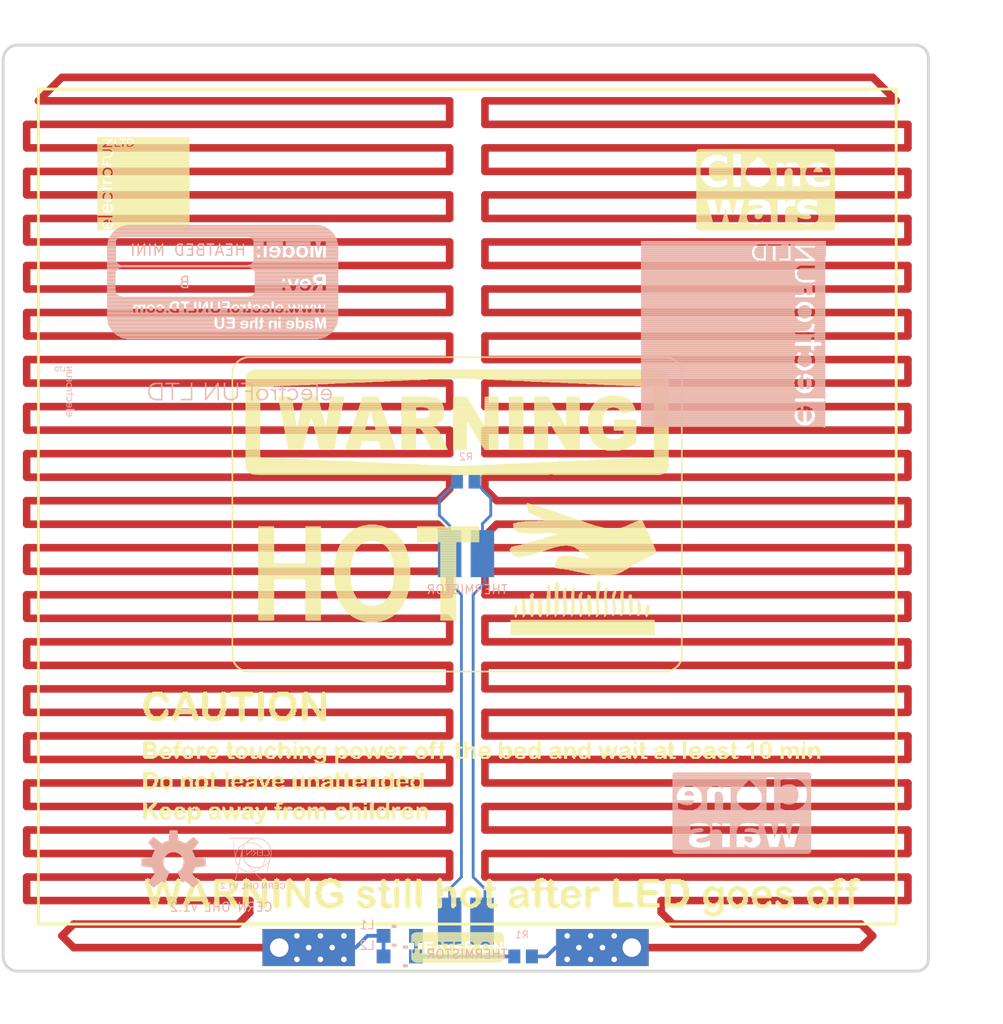
<source format=kicad_pcb>
(kicad_pcb (version 20171130) (host pcbnew 5.1.5-52549c5~86~ubuntu18.04.1)
  (layers (0 Top signal) (31 Bottom signal) (34 B.Paste user) (35 F.Paste user) (36 B.SilkS user) (37 F.SilkS user) (38 B.Mask user) (39 F.Mask user) (44 Edge.Cuts user))
  (net 0 "")
  (net 1 "Net-(L1-PadC)")
  (net 2 "Net-(L1-PadA)")
  (net 3 "Net-(PAD1-Pad1)")
  (net 4 "Net-(PAD2-Pad1)")
  (module "" (layer Top) (at 148.5011 105.0036)
    (fp_text reference @HOLE0 hide)
    (fp_text value "" (at 0 0) (layer F.SilkS) (effects (font (size 1.27 1.27))))
    (pad "" np_thru_hole circle (at 0 0) (size 2 2) (drill 2) (layers *.Cu *.Mask))
  )
  (module "" (layer Top) (at 196.2911 152.4636)
    (fp_text reference @HOLE1 hide)
    (fp_text value "" (at 0 0) (layer F.SilkS) (effects (font (size 1.27 1.27))))
    (pad "" np_thru_hole circle (at 0 0) (size 3.2 3.2) (drill 3.2) (layers *.Cu *.Mask))
  )
  (module "" (layer Top) (at 101.0411 152.4636)
    (fp_text reference @HOLE2 hide)
    (fp_text value "" (at 0 0) (layer F.SilkS) (effects (font (size 1.27 1.27))))
    (pad "" np_thru_hole circle (at 0 0) (size 3.2 3.2) (drill 3.2) (layers *.Cu *.Mask))
  )
  (module "" (layer Top) (at 101.0411 57.2136)
    (fp_text reference @HOLE3 hide)
    (fp_text value "" (at 0 0) (layer F.SilkS) (effects (font (size 1.27 1.27))))
    (pad "" np_thru_hole circle (at 0 0) (size 3.2 3.2) (drill 3.2) (layers *.Cu *.Mask))
  )
  (module "" (layer Top) (at 196.2911 57.2136)
    (fp_text reference @HOLE4 hide)
    (fp_text value "" (at 0 0) (layer F.SilkS) (effects (font (size 1.27 1.27))))
    (pad "" np_thru_hole circle (at 0 0) (size 3.2 3.2) (drill 3.2) (layers *.Cu *.Mask))
  )
  (module heatedBed:CHIPLED_1206_REVERSE (layer Bottom) (at 141.3636 151.1936 270)
    (fp_text reference L1 (at -0.635 4.445 180) (layer B.SilkS) (effects (font (size 0.95 0.95) (thickness 0.114)) (justify right bottom mirror)))
    (fp_text value 597-6001-607F)
    (pad "" np_thru_hole circle (at 0 0 270) (size 1.9 1.9) (drill 1.9) (layers *.Cu *.Mask))
    (pad A smd rect (at 0 -1.75 270) (size 1.5 1.5) (layers Bottom B.Paste B.Mask) (net 2 "Net-(L1-PadA)"))
    (pad C smd rect (at 0 1.75 270) (size 1.5 1.5) (layers Bottom B.Paste B.Mask) (net 1 "Net-(L1-PadC)"))
  )
  (module heatedBed:CHIPLED_1206_REVERSE (layer Bottom) (at 141.3636 153.4161 90)
    (fp_text reference L2 (at 0.635 -4.445 180) (layer B.SilkS) (effects (font (size 0.9652 0.9652) (thickness 0.115824)) (justify right bottom mirror)))
    (fp_text value LEDCHIPLED_1206_REV)
    (pad "" np_thru_hole circle (at 0 0 90) (size 1.9 1.9) (drill 1.9) (layers *.Cu *.Mask))
    (pad A smd rect (at 0 -1.75 90) (size 1.5 1.5) (layers Bottom B.Paste B.Mask) (net 1 "Net-(L1-PadC)"))
    (pad C smd rect (at 0 1.75 90) (size 1.5 1.5) (layers Bottom B.Paste B.Mask) (net 2 "Net-(L1-PadA)"))
  )
  (module heatedBed:R0805 (layer Bottom) (at 154.6986 153.4161)
    (fp_text reference R1 (at -0.9525 -1.905) (layer B.SilkS) (effects (font (size 0.77216 0.77216) (thickness 0.092659)) (justify right bottom mirror)))
    (fp_text value 2K2)
    (pad 2 smd rect (at 0.95 0) (size 1.3 1.5) (layers Bottom B.Paste B.Mask) (net 1 "Net-(L1-PadC)"))
    (pad 1 smd rect (at -0.95 0) (size 1.3 1.5) (layers Bottom B.Paste B.Mask) (net 2 "Net-(L1-PadA)"))
  )
  (module heatedBed:LONG_PAD (layer Top) (at 131.5211 152.4636 180)
    (fp_text reference U$2 hide)
    (fp_text value LONG_PAD hide)
    (pad P$3 thru_hole circle (at 3.175 0) (size 3 3) (drill 2) (layers *.Cu *.Mask) (net 1 "Net-(L1-PadC)"))
    (pad P$2 smd rect (at 0 0 180) (size 10 4) (layers Top F.Paste F.Mask) (net 1 "Net-(L1-PadC)"))
    (pad P$1 smd rect (at 0 0) (size 10 4) (layers Bottom B.Paste B.Mask) (net 1 "Net-(L1-PadC)"))
  )
  (module heatedBed:LONG_PAD (layer Top) (at 163.2711 152.4636)
    (fp_text reference P2 hide)
    (fp_text value LONG_PAD hide)
    (pad P$3 thru_hole circle (at 3.175 0 180) (size 3 3) (drill 2) (layers *.Cu *.Mask) (net 1 "Net-(L1-PadC)"))
    (pad P$2 smd rect (at 0 0) (size 10 4) (layers Top F.Paste F.Mask) (net 1 "Net-(L1-PadC)"))
    (pad P$1 smd rect (at 0 0 180) (size 10 4) (layers Bottom B.Paste B.Mask) (net 1 "Net-(L1-PadC)"))
  )
  (module heatedBed:SMD2,54-5,08 (layer Bottom) (at 150.3011 109.9186 180)
    (fp_text reference PAD1 hide)
    (fp_text value SMD5)
    (pad 1 smd rect (at 0 0 180) (size 2.54 5.08) (layers Bottom B.Paste B.Mask) (net 3 "Net-(PAD1-Pad1)"))
  )
  (module heatedBed:SMD2,54-5,08 (layer Bottom) (at 146.7611 109.9186 180)
    (fp_text reference PAD2 hide)
    (fp_text value SMD5)
    (pad 1 smd rect (at 0 0 180) (size 2.54 5.08) (layers Bottom B.Paste B.Mask) (net 4 "Net-(PAD2-Pad1)"))
  )
  (module heatedBed:SMD2,54-5,08 (layer Bottom) (at 146.7611 149.6061 180)
    (fp_text reference PAD3 hide)
    (fp_text value SMD5)
    (pad 1 smd rect (at 0 0 180) (size 2.54 5.08) (layers Bottom B.Paste B.Mask) (net 4 "Net-(PAD2-Pad1)"))
  )
  (module heatedBed:SMD2,54-5,08 (layer Bottom) (at 150.2536 149.6061 180)
    (fp_text reference PAD4 hide)
    (fp_text value SMD5)
    (pad 1 smd rect (at 0 0 180) (size 2.54 5.08) (layers Bottom B.Paste B.Mask) (net 3 "Net-(PAD1-Pad1)"))
  )
  (module heatedBed:CERN_OHL (layer Bottom) (at 128.9811 146.1136 180)
    (fp_text reference U$4 hide)
    (fp_text value "" hide)
  )
  (module heatedBed:SPARKFUN_OSHW-LOGO-L (layer Bottom) (at 116.9161 143.2561 180)
    (fp_text reference U$5 hide)
    (fp_text value SPARKFUN_OSHW-LOGOL hide)
  )
  (module heatedBed:ELECTROFUN_STRIP (layer Bottom) (at 139.4586 95.6311 180)
    (fp_text reference U$6 hide)
    (fp_text value "" hide)
  )
  (module heatedBed:CLONE_WARS (layer Bottom) (at 185.8136 142.3036 180)
    (fp_text reference U$7 hide)
    (fp_text value "" hide)
  )
  (module heatedBed:WARNING_HOT (layer Top) (at 122.6311 123.2536)
    (fp_text reference U$10 hide)
    (fp_text value "" hide)
  )
  (module heatedBed:CAUTION (layer Top) (at 112.4711 152.4636)
    (fp_text reference U$1 hide)
    (fp_text value "" hide)
  )
  (module heatedBed:ELECTROFUN_20X20 (layer Bottom) (at 187.4011 96.2661 180)
    (fp_text reference U$11 hide)
    (fp_text value "" hide)
  )
  (module heatedBed:ELECTROFUN_10X10 (layer Top) (at 108.6611 74.9936)
    (fp_text reference U$12 hide)
    (fp_text value "" hide)
  )
  (module heatedBed:BOARD_REF (layer Bottom) (at 134.6961 86.7411 180)
    (fp_text reference U$8 hide)
    (fp_text value "" hide)
  )
  (module heatedBed:CLONE_WARS (layer Top) (at 173.4311 74.9936)
    (fp_text reference U$3 hide)
    (fp_text value "" hide)
  )
  (module heatedBed:HEATERON (layer Top) (at 142.6336 154.0511)
    (fp_text reference U$9 hide)
    (fp_text value "" hide)
  )
  (module heatedBed:R0805 (layer Bottom) (at 148.5011 102.13985)
    (fp_text reference R2 (at -0.79375 -2.2225) (layer B.SilkS) (effects (font (size 0.77216 0.77216) (thickness 0.092659)) (justify right bottom mirror)))
    (fp_text value NTCS0805E3104FXT)
    (pad 2 smd rect (at 0.95 0) (size 1.3 1.5) (layers Bottom B.Paste B.Mask) (net 3 "Net-(PAD1-Pad1)"))
    (pad 1 smd rect (at -0.95 0) (size 1.3 1.5) (layers Bottom B.Paste B.Mask) (net 4 "Net-(PAD2-Pad1)"))
  )
  (gr_line (start 98.5011 56.581116) (end 98.5011 153.4161) (layer Edge.Cuts) (width 0.3048))
  (gr_arc (start 100.0886 153.4161) (end 98.5011 153.4161) (angle -90) (layer Edge.Cuts) (width 0.3048))
  (gr_line (start 100.0886 155.0036) (end 197.23104 155.0036) (layer Edge.Cuts) (width 0.3048))
  (gr_arc (start 197.23104 153.733541) (end 197.23104 155.0036) (angle -90) (layer Edge.Cuts) (width 0.3048))
  (gr_line (start 198.5011 153.733541) (end 198.5011 56.406744) (layer Edge.Cuts) (width 0.3048))
  (gr_arc (start 197.097956 56.406744) (end 198.5011 56.406744) (angle -90) (layer Edge.Cuts) (width 0.3048))
  (gr_line (start 197.097956 55.0036) (end 100.078615 55.0036) (layer Edge.Cuts) (width 0.3048))
  (gr_arc (start 100.078615 56.581116) (end 100.078615 55.0036) (angle -90) (layer Edge.Cuts) (width 0.3048))
  (gr_text THERMISTOR (at 153.1111 114.3636) (layer B.SilkS) (effects (font (size 0.9652 0.9652) (thickness 0.12192)) (justify left bottom mirror)))
  (gr_text THERMISTOR (at 153.1111 153.7336) (layer B.SilkS) (effects (font (size 0.9652 0.9652) (thickness 0.12192)) (justify left bottom mirror)))
  (gr_text "HEATBED MINI" (at 124.8536 77.8511) (layer B.SilkS) (effects (font (size 1.2065 1.2065) (thickness 0.1524)) (justify left bottom mirror)))
  (gr_text B (at 118.8211 81.3436) (layer B.SilkS) (effects (font (size 1.2065 1.2065) (thickness 0.1524)) (justify left bottom mirror)))
  (gr_line (start 102.3111 59.7536) (end 195.0211 59.7536) (layer F.SilkS) (width 0.3048))
  (gr_line (start 195.0211 59.7536) (end 195.0211 149.9236) (layer F.SilkS) (width 0.3048))
  (gr_line (start 195.0211 149.9236) (end 102.3111 149.9236) (layer F.SilkS) (width 0.3048))
  (gr_line (start 102.3111 149.9236) (end 102.3111 59.7536) (layer F.SilkS) (width 0.3048))
  (gr_text "CERN OHL v1.2" (at 127.7111 148.6536) (layer B.SilkS) (effects (font (size 0.9652 0.9652) (thickness 0.12192)) (justify left bottom mirror)))
  (segment (start 163.2711 152.4636) (end 166.4461 152.4636) (width 0.82) (layer Top) (net 1))
  (segment (start 191.2111 152.4636) (end 192.4811 151.1936) (width 0.82) (layer Top) (net 1))
  (segment (start 192.4811 151.1936) (end 191.2111 149.9236) (width 0.82) (layer Top) (net 1))
  (segment (start 169.6211 147.3836) (end 196.2911 147.3836) (width 0.82) (layer Top) (net 1))
  (segment (start 196.2911 147.3836) (end 196.2911 144.8436) (width 0.82) (layer Top) (net 1))
  (segment (start 196.2911 144.8436) (end 150.5711 144.8436) (width 0.82) (layer Top) (net 1))
  (segment (start 150.5711 144.8436) (end 150.5711 142.3036) (width 0.82) (layer Top) (net 1))
  (segment (start 150.5711 142.3036) (end 196.2911 142.3036) (width 0.82) (layer Top) (net 1))
  (segment (start 196.2911 142.3036) (end 196.2911 139.7636) (width 0.82) (layer Top) (net 1))
  (segment (start 196.2911 139.7636) (end 150.5711 139.7636) (width 0.82) (layer Top) (net 1))
  (segment (start 150.5711 139.7636) (end 150.5711 137.2236) (width 0.82) (layer Top) (net 1))
  (segment (start 150.5711 137.2236) (end 196.2911 137.2236) (width 0.82) (layer Top) (net 1))
  (segment (start 196.2911 137.2236) (end 196.2911 134.6836) (width 0.82) (layer Top) (net 1))
  (segment (start 196.2911 134.6836) (end 150.5711 134.6836) (width 0.82) (layer Top) (net 1))
  (segment (start 150.5711 134.6836) (end 150.5711 132.1436) (width 0.82) (layer Top) (net 1))
  (segment (start 150.5711 132.1436) (end 196.2911 132.1436) (width 0.82) (layer Top) (net 1))
  (segment (start 196.2911 132.1436) (end 196.2911 129.6036) (width 0.82) (layer Top) (net 1))
  (segment (start 196.2911 129.6036) (end 150.5711 129.6036) (width 0.82) (layer Top) (net 1))
  (segment (start 150.5711 129.6036) (end 150.5711 127.0636) (width 0.82) (layer Top) (net 1))
  (segment (start 150.5711 127.0636) (end 196.2911 127.0636) (width 0.82) (layer Top) (net 1))
  (segment (start 196.2911 127.0636) (end 196.2911 124.5236) (width 0.82) (layer Top) (net 1))
  (segment (start 196.2911 124.5236) (end 150.5711 124.5236) (width 0.82) (layer Top) (net 1))
  (segment (start 150.5711 124.5236) (end 150.5711 121.9836) (width 0.82) (layer Top) (net 1))
  (segment (start 150.5711 121.9836) (end 196.2911 121.9836) (width 0.82) (layer Top) (net 1))
  (segment (start 196.2911 121.9836) (end 196.2911 119.4436) (width 0.82) (layer Top) (net 1))
  (segment (start 196.2911 119.4436) (end 150.5711 119.4436) (width 0.82) (layer Top) (net 1))
  (segment (start 150.5711 119.4436) (end 150.5711 116.9036) (width 0.82) (layer Top) (net 1))
  (segment (start 150.5711 116.9036) (end 196.2911 116.9036) (width 0.82) (layer Top) (net 1))
  (segment (start 196.2911 116.9036) (end 196.2911 114.3636) (width 0.82) (layer Top) (net 1))
  (segment (start 196.2911 114.3636) (end 150.5711 114.3636) (width 0.82) (layer Top) (net 1))
  (segment (start 150.5711 114.3636) (end 150.5711 111.8236) (width 0.82) (layer Top) (net 1))
  (segment (start 150.5711 111.8236) (end 196.2911 111.8236) (width 0.82) (layer Top) (net 1))
  (segment (start 196.2911 111.8236) (end 196.2911 109.2836) (width 0.82) (layer Top) (net 1))
  (segment (start 196.2911 109.2836) (end 150.5711 109.2836) (width 0.82) (layer Top) (net 1))
  (segment (start 196.2911 106.7436) (end 196.2911 104.2036) (width 0.82) (layer Top) (net 1))
  (segment (start 196.2911 104.2036) (end 151.8411 104.2036) (width 0.82) (layer Top) (net 1))
  (segment (start 151.8411 104.2036) (end 150.5711 102.9336) (width 0.82) (layer Top) (net 1))
  (segment (start 150.5711 102.9336) (end 150.5711 101.6636) (width 0.82) (layer Top) (net 1))
  (segment (start 150.5711 101.6636) (end 196.2911 101.6636) (width 0.82) (layer Top) (net 1))
  (segment (start 196.2911 101.6636) (end 196.2911 99.1236) (width 0.82) (layer Top) (net 1))
  (segment (start 196.2911 99.1236) (end 150.5711 99.1236) (width 0.82) (layer Top) (net 1))
  (segment (start 150.5711 99.1236) (end 150.5711 96.5836) (width 0.82) (layer Top) (net 1))
  (segment (start 150.5711 96.5836) (end 196.2911 96.5836) (width 0.82) (layer Top) (net 1))
  (segment (start 196.2911 96.5836) (end 196.2911 94.0436) (width 0.82) (layer Top) (net 1))
  (segment (start 196.2911 94.0436) (end 150.5711 94.0436) (width 0.82) (layer Top) (net 1))
  (segment (start 150.5711 94.0436) (end 150.5711 91.5036) (width 0.82) (layer Top) (net 1))
  (segment (start 150.5711 91.5036) (end 196.2911 91.5036) (width 0.82) (layer Top) (net 1))
  (segment (start 196.2911 91.5036) (end 196.2911 88.9636) (width 0.82) (layer Top) (net 1))
  (segment (start 196.2911 88.9636) (end 150.5711 88.9636) (width 0.82) (layer Top) (net 1))
  (segment (start 150.5711 88.9636) (end 150.5711 86.4236) (width 0.82) (layer Top) (net 1))
  (segment (start 150.5711 86.4236) (end 196.2911 86.4236) (width 0.82) (layer Top) (net 1))
  (segment (start 196.2911 86.4236) (end 196.2911 83.8836) (width 0.82) (layer Top) (net 1))
  (segment (start 196.2911 83.8836) (end 150.5711 83.8836) (width 0.82) (layer Top) (net 1))
  (segment (start 150.5711 83.8836) (end 150.5711 81.3436) (width 0.82) (layer Top) (net 1))
  (segment (start 150.5711 81.3436) (end 196.2911 81.3436) (width 0.82) (layer Top) (net 1))
  (segment (start 196.2911 81.3436) (end 196.2911 78.8036) (width 0.82) (layer Top) (net 1))
  (segment (start 196.2911 78.8036) (end 150.5711 78.8036) (width 0.82) (layer Top) (net 1))
  (segment (start 150.5711 78.8036) (end 150.5711 76.2636) (width 0.82) (layer Top) (net 1))
  (segment (start 150.5711 76.2636) (end 196.2911 76.2636) (width 0.82) (layer Top) (net 1))
  (segment (start 196.2911 76.2636) (end 196.2911 73.7236) (width 0.82) (layer Top) (net 1))
  (segment (start 196.2911 73.7236) (end 150.5711 73.7236) (width 0.82) (layer Top) (net 1))
  (segment (start 150.5711 73.7236) (end 150.5711 71.1836) (width 0.82) (layer Top) (net 1))
  (segment (start 150.5711 71.1836) (end 196.2911 71.1836) (width 0.82) (layer Top) (net 1))
  (segment (start 196.2911 71.1836) (end 196.2911 68.6436) (width 0.82) (layer Top) (net 1))
  (segment (start 196.2911 68.6436) (end 150.5711 68.6436) (width 0.82) (layer Top) (net 1))
  (segment (start 150.5711 68.6436) (end 150.5711 66.1036) (width 0.82) (layer Top) (net 1))
  (segment (start 150.5711 66.1036) (end 196.2911 66.1036) (width 0.82) (layer Top) (net 1))
  (segment (start 196.2911 66.1036) (end 196.2911 63.5636) (width 0.82) (layer Top) (net 1))
  (segment (start 196.2911 63.5636) (end 150.5711 63.5636) (width 0.82) (layer Top) (net 1))
  (segment (start 150.5711 63.5636) (end 150.5711 61.0236) (width 0.82) (layer Top) (net 1))
  (segment (start 150.5711 61.0236) (end 195.0211 61.0236) (width 0.82) (layer Top) (net 1))
  (segment (start 195.0211 61.0236) (end 192.4811 58.4836) (width 0.82) (layer Top) (net 1))
  (segment (start 192.4811 58.4836) (end 104.8511 58.4836) (width 0.82) (layer Top) (net 1))
  (segment (start 104.8511 58.4836) (end 102.3111 61.0236) (width 0.82) (layer Top) (net 1))
  (segment (start 102.3111 61.0236) (end 146.7611 61.0236) (width 0.82) (layer Top) (net 1))
  (segment (start 146.7611 61.0236) (end 146.7611 63.5636) (width 0.82) (layer Top) (net 1))
  (segment (start 146.7611 63.5636) (end 101.0411 63.5636) (width 0.82) (layer Top) (net 1))
  (segment (start 101.0411 63.5636) (end 101.0411 66.1036) (width 0.82) (layer Top) (net 1))
  (segment (start 101.0411 66.1036) (end 146.7611 66.1036) (width 0.82) (layer Top) (net 1))
  (segment (start 146.7611 66.1036) (end 146.7611 68.6436) (width 0.82) (layer Top) (net 1))
  (segment (start 146.7611 68.6436) (end 101.0411 68.6436) (width 0.82) (layer Top) (net 1))
  (segment (start 101.0411 68.6436) (end 101.0411 71.1836) (width 0.82) (layer Top) (net 1))
  (segment (start 101.0411 71.1836) (end 146.7611 71.1836) (width 0.82) (layer Top) (net 1))
  (segment (start 146.7611 71.1836) (end 146.7611 73.7236) (width 0.82) (layer Top) (net 1))
  (segment (start 146.7611 73.7236) (end 101.0411 73.7236) (width 0.82) (layer Top) (net 1))
  (segment (start 101.0411 73.7236) (end 101.0411 76.2636) (width 0.82) (layer Top) (net 1))
  (segment (start 101.0411 76.2636) (end 146.7611 76.2636) (width 0.82) (layer Top) (net 1))
  (segment (start 146.7611 76.2636) (end 146.7611 78.8036) (width 0.82) (layer Top) (net 1))
  (segment (start 146.7611 78.8036) (end 101.0411 78.8036) (width 0.82) (layer Top) (net 1))
  (segment (start 101.0411 78.8036) (end 101.0411 81.3436) (width 0.82) (layer Top) (net 1))
  (segment (start 101.0411 81.3436) (end 146.7611 81.3436) (width 0.82) (layer Top) (net 1))
  (segment (start 146.7611 81.3436) (end 146.7611 83.8836) (width 0.82) (layer Top) (net 1))
  (segment (start 146.7611 83.8836) (end 101.0411 83.8836) (width 0.82) (layer Top) (net 1))
  (segment (start 101.0411 83.8836) (end 101.0411 86.4236) (width 0.82) (layer Top) (net 1))
  (segment (start 101.0411 86.4236) (end 146.7611 86.4236) (width 0.82) (layer Top) (net 1))
  (segment (start 146.7611 86.4236) (end 146.7611 88.9636) (width 0.82) (layer Top) (net 1))
  (segment (start 146.7611 88.9636) (end 101.0411 88.9636) (width 0.82) (layer Top) (net 1))
  (segment (start 101.0411 88.9636) (end 101.0411 91.5036) (width 0.82) (layer Top) (net 1))
  (segment (start 101.0411 91.5036) (end 146.7611 91.5036) (width 0.82) (layer Top) (net 1))
  (segment (start 146.7611 91.5036) (end 146.7611 94.0436) (width 0.82) (layer Top) (net 1))
  (segment (start 146.7611 94.0436) (end 101.0411 94.0436) (width 0.82) (layer Top) (net 1))
  (segment (start 101.0411 94.0436) (end 101.0411 96.5836) (width 0.82) (layer Top) (net 1))
  (segment (start 101.0411 96.5836) (end 146.7611 96.5836) (width 0.82) (layer Top) (net 1))
  (segment (start 146.7611 96.5836) (end 146.7611 99.1236) (width 0.82) (layer Top) (net 1))
  (segment (start 146.7611 99.1236) (end 101.0411 99.1236) (width 0.82) (layer Top) (net 1))
  (segment (start 101.0411 99.1236) (end 101.0411 101.6636) (width 0.82) (layer Top) (net 1))
  (segment (start 101.0411 101.6636) (end 146.7611 101.6636) (width 0.82) (layer Top) (net 1))
  (segment (start 146.7611 101.6636) (end 146.7611 102.9336) (width 0.82) (layer Top) (net 1))
  (segment (start 146.7611 102.9336) (end 145.4911 104.2036) (width 0.82) (layer Top) (net 1))
  (segment (start 145.4911 104.2036) (end 101.0411 104.2036) (width 0.82) (layer Top) (net 1))
  (segment (start 101.0411 104.2036) (end 101.0411 106.7436) (width 0.82) (layer Top) (net 1))
  (segment (start 101.0411 109.2836) (end 146.7611 109.2836) (width 0.82) (layer Top) (net 1))
  (segment (start 101.0411 109.2836) (end 101.0411 111.8236) (width 0.82) (layer Top) (net 1))
  (segment (start 101.0411 111.8236) (end 146.7611 111.8236) (width 0.82) (layer Top) (net 1))
  (segment (start 146.7611 111.8236) (end 146.7611 114.3636) (width 0.82) (layer Top) (net 1))
  (segment (start 146.7611 114.3636) (end 101.0411 114.3636) (width 0.82) (layer Top) (net 1))
  (segment (start 101.0411 114.3636) (end 101.0411 116.9036) (width 0.82) (layer Top) (net 1))
  (segment (start 101.0411 116.9036) (end 146.4436 116.9036) (width 0.82) (layer Top) (net 1))
  (segment (start 146.4436 116.9036) (end 146.7611 117.2211) (width 0.82) (layer Top) (net 1))
  (segment (start 146.7611 117.2211) (end 146.7611 119.4436) (width 0.82) (layer Top) (net 1))
  (segment (start 146.7611 119.4436) (end 101.0411 119.4436) (width 0.82) (layer Top) (net 1))
  (segment (start 101.0411 119.4436) (end 101.0411 121.9836) (width 0.82) (layer Top) (net 1))
  (segment (start 101.0411 121.9836) (end 146.7611 121.9836) (width 0.82) (layer Top) (net 1))
  (segment (start 146.7611 121.9836) (end 146.7611 124.5236) (width 0.82) (layer Top) (net 1))
  (segment (start 146.7611 124.5236) (end 101.0411 124.5236) (width 0.82) (layer Top) (net 1))
  (segment (start 101.0411 124.5236) (end 101.0411 127.0636) (width 0.82) (layer Top) (net 1))
  (segment (start 101.0411 127.0636) (end 146.7611 127.0636) (width 0.82) (layer Top) (net 1))
  (segment (start 146.7611 127.0636) (end 146.7611 129.6036) (width 0.82) (layer Top) (net 1))
  (segment (start 146.7611 129.6036) (end 101.0411 129.6036) (width 0.82) (layer Top) (net 1))
  (segment (start 101.0411 129.6036) (end 101.0411 132.1436) (width 0.82) (layer Top) (net 1))
  (segment (start 101.0411 132.1436) (end 146.7611 132.1436) (width 0.82) (layer Top) (net 1))
  (segment (start 146.7611 132.1436) (end 146.7611 134.6836) (width 0.82) (layer Top) (net 1))
  (segment (start 146.7611 134.6836) (end 101.0411 134.6836) (width 0.82) (layer Top) (net 1))
  (segment (start 101.0411 134.6836) (end 101.0411 137.2236) (width 0.82) (layer Top) (net 1))
  (segment (start 101.0411 137.2236) (end 146.7611 137.2236) (width 0.82) (layer Top) (net 1))
  (segment (start 146.7611 137.2236) (end 146.7611 139.7636) (width 0.82) (layer Top) (net 1))
  (segment (start 146.7611 139.7636) (end 101.0411 139.7636) (width 0.82) (layer Top) (net 1))
  (segment (start 101.0411 139.7636) (end 101.0411 142.3036) (width 0.82) (layer Top) (net 1))
  (segment (start 101.0411 142.3036) (end 146.7611 142.3036) (width 0.82) (layer Top) (net 1))
  (segment (start 146.7611 142.3036) (end 146.7611 144.8436) (width 0.82) (layer Top) (net 1))
  (segment (start 146.7611 144.8436) (end 101.0411 144.8436) (width 0.82) (layer Top) (net 1))
  (segment (start 101.0411 144.8436) (end 101.0411 147.3836) (width 0.82) (layer Top) (net 1))
  (segment (start 101.0411 147.3836) (end 125.1711 147.3836) (width 0.82) (layer Top) (net 1))
  (segment (start 106.1211 149.9236) (end 104.8511 151.1936) (width 0.82) (layer Top) (net 1))
  (segment (start 104.8511 151.1936) (end 106.1211 152.4636) (width 0.82) (layer Top) (net 1))
  (segment (start 128.3461 152.4636) (end 131.5211 152.4636) (width 0.82) (layer Top) (net 1))
  (via (at 132.7911 151.1936) (size 1.108) (drill 0.6) (layers Top Bottom) (net 1))
  (segment (start 146.7611 109.2836) (end 146.7611 108.0136) (width 0.82) (layer Top) (net 1))
  (segment (start 146.7611 108.0136) (end 145.4911 106.7436) (width 0.82) (layer Top) (net 1))
  (segment (start 145.4911 106.7436) (end 101.0411 106.7436) (width 0.82) (layer Top) (net 1))
  (segment (start 196.2911 106.7436) (end 151.8411 106.7436) (width 0.82) (layer Top) (net 1))
  (segment (start 151.8411 106.7436) (end 150.5711 108.0136) (width 0.82) (layer Top) (net 1))
  (segment (start 150.5711 108.0136) (end 150.5711 109.2836) (width 0.82) (layer Top) (net 1))
  (segment (start 139.6136 151.1936) (end 139.1411 151.1936) (width 0.4064) (layer Bottom) (net 1))
  (segment (start 139.6136 151.1936) (end 139.6136 153.4161) (width 0.4064) (layer Bottom) (net 1))
  (segment (start 125.1711 147.3836) (end 125.1711 148.6536) (width 0.82) (layer Top) (net 1))
  (segment (start 125.1711 148.6536) (end 123.9011 149.9236) (width 0.82) (layer Top) (net 1))
  (segment (start 123.9011 149.9236) (end 106.1211 149.9236) (width 0.82) (layer Top) (net 1))
  (segment (start 169.6211 147.3836) (end 169.6211 148.6536) (width 0.82) (layer Top) (net 1))
  (segment (start 169.6211 148.6536) (end 170.8911 149.9236) (width 0.82) (layer Top) (net 1))
  (segment (start 170.8911 149.9236) (end 191.2111 149.9236) (width 0.82) (layer Top) (net 1))
  (segment (start 166.4461 152.4636) (end 191.2111 152.4636) (width 0.82) (layer Top) (net 1))
  (segment (start 128.3461 152.4636) (end 106.1211 152.4636) (width 0.82) (layer Top) (net 1))
  (segment (start 139.6136 151.1936) (end 137.8711 151.1936) (width 0.4064) (layer Bottom) (net 1))
  (segment (start 137.8711 151.1936) (end 136.6011 152.4636) (width 0.4064) (layer Bottom) (net 1))
  (segment (start 136.6011 152.4636) (end 131.5211 152.4636) (width 0.4064) (layer Bottom) (net 1))
  (segment (start 155.6486 153.4161) (end 157.2386 153.4161) (width 0.4064) (layer Bottom) (net 1))
  (segment (start 157.2386 153.4161) (end 158.1911 152.4636) (width 0.4064) (layer Bottom) (net 1))
  (segment (start 158.1911 152.4636) (end 163.2711 152.4636) (width 0.4064) (layer Bottom) (net 1))
  (via (at 134.0611 152.4636) (size 1.108) (drill 0.6) (layers Top Bottom) (net 1))
  (via (at 135.3311 151.1936) (size 1.108) (drill 0.6) (layers Top Bottom) (net 1))
  (via (at 135.3311 153.7336) (size 1.108) (drill 0.6) (layers Top Bottom) (net 1))
  (via (at 132.7911 153.7336) (size 1.108) (drill 0.6) (layers Top Bottom) (net 1))
  (via (at 159.4611 151.1936) (size 1.108) (drill 0.6) (layers Top Bottom) (net 1))
  (via (at 162.0011 151.1936) (size 1.108) (drill 0.6) (layers Top Bottom) (net 1))
  (via (at 160.7311 152.4636) (size 1.108) (drill 0.6) (layers Top Bottom) (net 1))
  (via (at 159.4611 153.7336) (size 1.108) (drill 0.6) (layers Top Bottom) (net 1))
  (via (at 162.0011 153.7336) (size 1.108) (drill 0.6) (layers Top Bottom) (net 1))
  (via (at 131.5211 152.4636) (size 1.108) (drill 0.6) (layers Top Bottom) (net 1))
  (via (at 130.2511 151.1936) (size 1.108) (drill 0.6) (layers Top Bottom) (net 1))
  (via (at 130.2511 153.7336) (size 1.108) (drill 0.6) (layers Top Bottom) (net 1))
  (via (at 163.2711 152.4636) (size 1.108) (drill 0.6) (layers Top Bottom) (net 1))
  (via (at 164.5411 151.1936) (size 1.108) (drill 0.6) (layers Top Bottom) (net 1))
  (via (at 164.5411 153.7336) (size 1.108) (drill 0.6) (layers Top Bottom) (net 1))
  (segment (start 143.1136 153.4161) (end 143.1136 151.1936) (width 0.4064) (layer Bottom) (net 2))
  (segment (start 153.7486 153.4161) (end 143.1136 153.4161) (width 0.4064) (layer Bottom) (net 2))
  (segment (start 150.3011 109.5536) (end 150.3011 109.9186) (width 0.254) (layer Bottom) (net 3))
  (segment (start 150.2536 149.6061) (end 150.5711 149.9236) (width 0.3048) (layer Bottom) (net 3))
  (segment (start 150.5711 149.9236) (end 150.5711 146.1136) (width 0.3048) (layer Bottom) (net 3))
  (segment (start 150.5711 146.1136) (end 149.3011 144.8436) (width 0.3048) (layer Bottom) (net 3))
  (segment (start 149.3011 144.8436) (end 149.3011 114.3636) (width 0.3048) (layer Bottom) (net 3))
  (segment (start 150.3011 109.9186) (end 150.5711 110.1886) (width 0.3048) (layer Bottom) (net 3))
  (segment (start 150.5711 110.1886) (end 150.5711 113.0936) (width 0.3048) (layer Bottom) (net 3))
  (segment (start 150.5711 113.0936) (end 149.3011 114.3636) (width 0.3048) (layer Bottom) (net 3))
  (segment (start 150.3011 109.5536) (end 150.3011 106.6961) (width 0.3048) (layer Bottom) (net 3))
  (segment (start 150.3011 106.6961) (end 151.2061 105.7911) (width 0.3048) (layer Bottom) (net 3))
  (segment (start 151.2061 105.7911) (end 151.2061 103.89485) (width 0.3048) (layer Bottom) (net 3))
  (segment (start 151.2061 103.89485) (end 149.4511 102.13985) (width 0.3048) (layer Bottom) (net 3))
  (segment (start 146.7611 149.6061) (end 146.7611 146.1136) (width 0.3048) (layer Bottom) (net 4))
  (segment (start 146.7611 146.1136) (end 148.0311 144.8436) (width 0.3048) (layer Bottom) (net 4))
  (segment (start 148.0311 144.8436) (end 148.0311 114.3636) (width 0.3048) (layer Bottom) (net 4))
  (segment (start 148.0311 114.3636) (end 146.7611 113.0936) (width 0.3048) (layer Bottom) (net 4))
  (segment (start 146.7611 113.0936) (end 146.7611 109.9186) (width 0.3048) (layer Bottom) (net 4))
  (segment (start 146.7611 109.9186) (end 146.7611 106.90235) (width 0.3048) (layer Bottom) (net 4))
  (segment (start 146.7611 106.90235) (end 145.64985 105.7911) (width 0.3048) (layer Bottom) (net 4))
  (segment (start 145.64985 105.7911) (end 145.64985 104.0411) (width 0.3048) (layer Bottom) (net 4))
  (segment (start 145.64985 104.0411) (end 147.5511 102.13985) (width 0.3048) (layer Bottom) (net 4))
)
</source>
